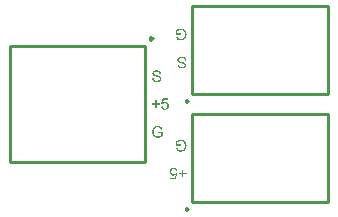
<source format=gto>
G04*
G04 #@! TF.GenerationSoftware,Altium Limited,Altium Designer,21.0.9 (235)*
G04*
G04 Layer_Color=65535*
%FSLAX25Y25*%
%MOIN*%
G70*
G04*
G04 #@! TF.SameCoordinates,681C86FF-A5D9-4EC2-8099-3749C4F56B9B*
G04*
G04*
G04 #@! TF.FilePolarity,Positive*
G04*
G01*
G75*
%ADD10C,0.01000*%
G36*
X57136Y62152D02*
X57186Y62148D01*
X57244Y62144D01*
X57311Y62136D01*
X57382Y62127D01*
X57457Y62115D01*
X57540Y62098D01*
X57623Y62077D01*
X57714Y62052D01*
X57802Y62028D01*
X57889Y61994D01*
X57981Y61957D01*
X58068Y61915D01*
X58072Y61911D01*
X58089Y61903D01*
X58114Y61890D01*
X58143Y61869D01*
X58180Y61844D01*
X58226Y61815D01*
X58276Y61778D01*
X58330Y61736D01*
X58384Y61690D01*
X58442Y61636D01*
X58501Y61582D01*
X58559Y61520D01*
X58613Y61449D01*
X58667Y61379D01*
X58721Y61300D01*
X58767Y61216D01*
X58771Y61212D01*
X58775Y61195D01*
X58788Y61171D01*
X58804Y61137D01*
X58821Y61092D01*
X58842Y61041D01*
X58863Y60983D01*
X58884Y60917D01*
X58904Y60846D01*
X58925Y60767D01*
X58946Y60680D01*
X58963Y60592D01*
X58979Y60497D01*
X58992Y60401D01*
X58996Y60297D01*
X59000Y60193D01*
Y60185D01*
Y60168D01*
Y60139D01*
X58996Y60097D01*
X58992Y60047D01*
X58987Y59989D01*
X58979Y59922D01*
X58971Y59852D01*
X58958Y59773D01*
X58942Y59689D01*
X58900Y59515D01*
X58875Y59423D01*
X58842Y59332D01*
X58809Y59240D01*
X58767Y59149D01*
X58763Y59145D01*
X58754Y59128D01*
X58742Y59103D01*
X58725Y59070D01*
X58700Y59028D01*
X58671Y58982D01*
X58634Y58932D01*
X58596Y58874D01*
X58551Y58816D01*
X58501Y58758D01*
X58447Y58700D01*
X58384Y58637D01*
X58322Y58579D01*
X58251Y58525D01*
X58176Y58471D01*
X58097Y58425D01*
X58093Y58421D01*
X58076Y58417D01*
X58052Y58404D01*
X58018Y58388D01*
X57977Y58371D01*
X57927Y58350D01*
X57868Y58329D01*
X57806Y58304D01*
X57735Y58284D01*
X57656Y58263D01*
X57573Y58242D01*
X57482Y58225D01*
X57390Y58209D01*
X57290Y58196D01*
X57186Y58192D01*
X57082Y58188D01*
X57011D01*
X56974Y58192D01*
X56932Y58196D01*
X56887Y58200D01*
X56833Y58204D01*
X56716Y58221D01*
X56587Y58246D01*
X56458Y58279D01*
X56329Y58325D01*
X56325D01*
X56313Y58329D01*
X56296Y58337D01*
X56275Y58350D01*
X56246Y58363D01*
X56213Y58379D01*
X56138Y58421D01*
X56050Y58475D01*
X55963Y58537D01*
X55880Y58612D01*
X55801Y58700D01*
X55797Y58704D01*
X55793Y58712D01*
X55784Y58724D01*
X55768Y58741D01*
X55755Y58766D01*
X55734Y58795D01*
X55714Y58828D01*
X55693Y58870D01*
X55668Y58912D01*
X55647Y58957D01*
X55622Y59012D01*
X55597Y59066D01*
X55551Y59190D01*
X55510Y59328D01*
X55971Y59452D01*
Y59448D01*
X55976Y59440D01*
X55980Y59423D01*
X55988Y59403D01*
X55996Y59382D01*
X56005Y59353D01*
X56030Y59286D01*
X56063Y59211D01*
X56100Y59136D01*
X56142Y59061D01*
X56188Y58995D01*
X56192Y58987D01*
X56213Y58966D01*
X56242Y58937D01*
X56279Y58895D01*
X56333Y58853D01*
X56396Y58808D01*
X56471Y58766D01*
X56554Y58724D01*
X56558D01*
X56566Y58720D01*
X56579Y58716D01*
X56595Y58708D01*
X56616Y58700D01*
X56645Y58691D01*
X56708Y58670D01*
X56787Y58654D01*
X56874Y58637D01*
X56974Y58625D01*
X57078Y58620D01*
X57136D01*
X57165Y58625D01*
X57203D01*
X57240Y58629D01*
X57286Y58633D01*
X57378Y58645D01*
X57482Y58666D01*
X57581Y58691D01*
X57681Y58729D01*
X57685D01*
X57694Y58733D01*
X57706Y58741D01*
X57723Y58749D01*
X57769Y58770D01*
X57827Y58803D01*
X57893Y58845D01*
X57960Y58895D01*
X58031Y58949D01*
X58093Y59012D01*
X58101Y59020D01*
X58118Y59041D01*
X58147Y59078D01*
X58180Y59124D01*
X58218Y59178D01*
X58259Y59244D01*
X58297Y59315D01*
X58330Y59390D01*
Y59394D01*
X58334Y59407D01*
X58343Y59423D01*
X58351Y59452D01*
X58363Y59486D01*
X58376Y59523D01*
X58388Y59569D01*
X58401Y59619D01*
X58418Y59673D01*
X58430Y59735D01*
X58451Y59864D01*
X58468Y60010D01*
X58476Y60164D01*
Y60168D01*
Y60185D01*
Y60214D01*
X58472Y60247D01*
Y60293D01*
X58468Y60343D01*
X58459Y60401D01*
X58455Y60463D01*
X58434Y60601D01*
X58401Y60742D01*
X58359Y60888D01*
X58301Y61025D01*
X58297Y61029D01*
X58293Y61041D01*
X58284Y61058D01*
X58268Y61083D01*
X58251Y61108D01*
X58226Y61141D01*
X58172Y61216D01*
X58097Y61300D01*
X58010Y61387D01*
X57910Y61466D01*
X57852Y61503D01*
X57789Y61537D01*
X57785D01*
X57773Y61545D01*
X57756Y61553D01*
X57731Y61562D01*
X57698Y61574D01*
X57660Y61591D01*
X57619Y61603D01*
X57573Y61620D01*
X57523Y61636D01*
X57465Y61649D01*
X57344Y61678D01*
X57211Y61695D01*
X57070Y61703D01*
X57036D01*
X57011Y61699D01*
X56982D01*
X56949Y61695D01*
X56912Y61690D01*
X56866Y61686D01*
X56770Y61674D01*
X56662Y61649D01*
X56546Y61620D01*
X56429Y61578D01*
X56425D01*
X56417Y61574D01*
X56400Y61566D01*
X56375Y61557D01*
X56350Y61545D01*
X56321Y61528D01*
X56250Y61495D01*
X56171Y61453D01*
X56092Y61408D01*
X56017Y61362D01*
X55951Y61308D01*
Y60588D01*
X57078D01*
Y60135D01*
X55452D01*
Y61562D01*
X55456Y61566D01*
X55468Y61574D01*
X55489Y61591D01*
X55518Y61611D01*
X55551Y61636D01*
X55593Y61661D01*
X55639Y61695D01*
X55689Y61728D01*
X55743Y61761D01*
X55805Y61799D01*
X55934Y61874D01*
X56076Y61944D01*
X56225Y62007D01*
X56229D01*
X56242Y62015D01*
X56263Y62019D01*
X56296Y62032D01*
X56329Y62040D01*
X56375Y62052D01*
X56421Y62069D01*
X56475Y62081D01*
X56537Y62094D01*
X56600Y62111D01*
X56737Y62132D01*
X56887Y62148D01*
X57041Y62156D01*
X57095D01*
X57136Y62152D01*
D02*
G37*
G36*
X57452Y52808D02*
X57498D01*
X57548Y52804D01*
X57606Y52800D01*
X57673Y52791D01*
X57810Y52775D01*
X57956Y52750D01*
X58101Y52712D01*
X58243Y52662D01*
X58247D01*
X58259Y52654D01*
X58276Y52646D01*
X58301Y52633D01*
X58330Y52617D01*
X58363Y52600D01*
X58442Y52550D01*
X58530Y52488D01*
X58621Y52409D01*
X58713Y52317D01*
X58792Y52209D01*
X58796Y52205D01*
X58800Y52197D01*
X58809Y52180D01*
X58821Y52155D01*
X58838Y52126D01*
X58854Y52092D01*
X58875Y52051D01*
X58892Y52005D01*
X58913Y51959D01*
X58929Y51905D01*
X58963Y51785D01*
X58987Y51656D01*
X58996Y51585D01*
X59000Y51514D01*
X58522Y51473D01*
Y51477D01*
Y51485D01*
X58517Y51502D01*
X58513Y51523D01*
X58509Y51548D01*
X58505Y51573D01*
X58488Y51643D01*
X58468Y51718D01*
X58442Y51797D01*
X58409Y51876D01*
X58368Y51951D01*
X58363Y51959D01*
X58343Y51980D01*
X58314Y52013D01*
X58272Y52055D01*
X58218Y52105D01*
X58151Y52151D01*
X58072Y52201D01*
X57981Y52246D01*
X57977D01*
X57968Y52251D01*
X57956Y52255D01*
X57935Y52263D01*
X57910Y52271D01*
X57881Y52284D01*
X57848Y52292D01*
X57810Y52301D01*
X57723Y52321D01*
X57619Y52342D01*
X57511Y52355D01*
X57390Y52359D01*
X57340D01*
X57315Y52355D01*
X57286D01*
X57219Y52346D01*
X57140Y52338D01*
X57053Y52325D01*
X56966Y52305D01*
X56883Y52276D01*
X56878D01*
X56874Y52271D01*
X56862Y52267D01*
X56845Y52259D01*
X56808Y52238D01*
X56758Y52213D01*
X56704Y52180D01*
X56645Y52138D01*
X56595Y52092D01*
X56550Y52039D01*
X56546Y52030D01*
X56533Y52013D01*
X56512Y51980D01*
X56492Y51939D01*
X56475Y51889D01*
X56454Y51835D01*
X56442Y51772D01*
X56437Y51710D01*
Y51706D01*
Y51701D01*
Y51681D01*
X56442Y51643D01*
X56450Y51602D01*
X56462Y51552D01*
X56483Y51498D01*
X56508Y51444D01*
X56546Y51394D01*
X56550Y51389D01*
X56566Y51373D01*
X56591Y51348D01*
X56629Y51315D01*
X56674Y51281D01*
X56737Y51244D01*
X56808Y51206D01*
X56891Y51169D01*
X56899Y51165D01*
X56907Y51161D01*
X56924Y51157D01*
X56941Y51152D01*
X56966Y51144D01*
X56999Y51132D01*
X57032Y51123D01*
X57078Y51111D01*
X57124Y51094D01*
X57182Y51082D01*
X57244Y51065D01*
X57315Y51044D01*
X57390Y51028D01*
X57477Y51003D01*
X57573Y50982D01*
X57577D01*
X57594Y50978D01*
X57623Y50969D01*
X57656Y50961D01*
X57702Y50949D01*
X57752Y50936D01*
X57802Y50919D01*
X57860Y50903D01*
X57985Y50865D01*
X58106Y50824D01*
X58164Y50803D01*
X58218Y50782D01*
X58268Y50761D01*
X58309Y50740D01*
X58314D01*
X58322Y50732D01*
X58334Y50724D01*
X58355Y50716D01*
X58405Y50687D01*
X58463Y50645D01*
X58534Y50591D01*
X58601Y50533D01*
X58667Y50462D01*
X58721Y50387D01*
Y50383D01*
X58725Y50379D01*
X58734Y50366D01*
X58742Y50349D01*
X58763Y50304D01*
X58788Y50245D01*
X58813Y50175D01*
X58834Y50092D01*
X58850Y50000D01*
X58854Y49904D01*
Y49900D01*
Y49892D01*
Y49875D01*
X58850Y49854D01*
Y49830D01*
X58846Y49800D01*
X58834Y49725D01*
X58813Y49642D01*
X58788Y49555D01*
X58746Y49459D01*
X58692Y49364D01*
Y49359D01*
X58684Y49351D01*
X58675Y49339D01*
X58663Y49322D01*
X58621Y49276D01*
X58567Y49218D01*
X58501Y49156D01*
X58418Y49093D01*
X58322Y49031D01*
X58210Y48977D01*
X58205D01*
X58197Y48972D01*
X58176Y48964D01*
X58156Y48956D01*
X58126Y48948D01*
X58089Y48935D01*
X58047Y48923D01*
X58002Y48910D01*
X57952Y48898D01*
X57898Y48885D01*
X57781Y48864D01*
X57648Y48848D01*
X57507Y48844D01*
X57436D01*
X57398Y48848D01*
X57353Y48852D01*
X57307Y48856D01*
X57253Y48860D01*
X57136Y48877D01*
X57007Y48902D01*
X56878Y48939D01*
X56754Y48985D01*
X56749D01*
X56741Y48993D01*
X56720Y48998D01*
X56700Y49010D01*
X56674Y49027D01*
X56641Y49043D01*
X56571Y49085D01*
X56487Y49143D01*
X56404Y49214D01*
X56325Y49293D01*
X56254Y49389D01*
X56250Y49393D01*
X56246Y49401D01*
X56238Y49413D01*
X56225Y49434D01*
X56213Y49459D01*
X56196Y49488D01*
X56184Y49526D01*
X56163Y49563D01*
X56130Y49651D01*
X56100Y49755D01*
X56076Y49867D01*
X56063Y49992D01*
X56550Y50029D01*
Y50025D01*
X56554Y50012D01*
Y49996D01*
X56558Y49971D01*
X56566Y49938D01*
X56575Y49904D01*
X56600Y49825D01*
X56633Y49738D01*
X56683Y49646D01*
X56741Y49559D01*
X56779Y49522D01*
X56820Y49484D01*
X56824Y49480D01*
X56828Y49476D01*
X56845Y49468D01*
X56862Y49455D01*
X56887Y49443D01*
X56916Y49426D01*
X56949Y49409D01*
X56986Y49389D01*
X57032Y49372D01*
X57082Y49355D01*
X57136Y49339D01*
X57195Y49326D01*
X57261Y49314D01*
X57332Y49305D01*
X57407Y49297D01*
X57527D01*
X57561Y49301D01*
X57598D01*
X57640Y49305D01*
X57690Y49310D01*
X57740Y49318D01*
X57852Y49339D01*
X57960Y49368D01*
X58064Y49409D01*
X58114Y49439D01*
X58156Y49468D01*
X58160D01*
X58164Y49476D01*
X58189Y49497D01*
X58222Y49534D01*
X58259Y49584D01*
X58297Y49642D01*
X58330Y49713D01*
X58355Y49788D01*
X58359Y49830D01*
X58363Y49875D01*
Y49879D01*
Y49884D01*
X58359Y49909D01*
X58355Y49946D01*
X58347Y49992D01*
X58326Y50046D01*
X58301Y50104D01*
X58268Y50158D01*
X58218Y50212D01*
X58210Y50216D01*
X58201Y50225D01*
X58185Y50237D01*
X58164Y50250D01*
X58139Y50262D01*
X58106Y50279D01*
X58068Y50300D01*
X58022Y50320D01*
X57968Y50341D01*
X57906Y50362D01*
X57835Y50387D01*
X57752Y50412D01*
X57665Y50437D01*
X57565Y50466D01*
X57452Y50491D01*
X57444D01*
X57423Y50495D01*
X57394Y50503D01*
X57353Y50516D01*
X57303Y50524D01*
X57244Y50541D01*
X57182Y50553D01*
X57116Y50574D01*
X56974Y50612D01*
X56833Y50649D01*
X56766Y50670D01*
X56708Y50691D01*
X56650Y50711D01*
X56604Y50732D01*
X56600D01*
X56587Y50740D01*
X56571Y50749D01*
X56550Y50761D01*
X56521Y50774D01*
X56487Y50795D01*
X56417Y50840D01*
X56333Y50894D01*
X56254Y50961D01*
X56175Y51040D01*
X56142Y51082D01*
X56109Y51123D01*
Y51127D01*
X56100Y51136D01*
X56092Y51148D01*
X56084Y51165D01*
X56071Y51186D01*
X56059Y51215D01*
X56026Y51281D01*
X55996Y51360D01*
X55971Y51452D01*
X55955Y51556D01*
X55946Y51668D01*
Y51672D01*
Y51681D01*
Y51697D01*
X55951Y51718D01*
Y51747D01*
X55955Y51776D01*
X55967Y51855D01*
X55988Y51943D01*
X56021Y52039D01*
X56067Y52138D01*
X56092Y52192D01*
X56125Y52242D01*
Y52246D01*
X56134Y52255D01*
X56142Y52267D01*
X56159Y52288D01*
X56196Y52334D01*
X56254Y52396D01*
X56325Y52463D01*
X56412Y52534D01*
X56512Y52600D01*
X56629Y52662D01*
X56633D01*
X56645Y52671D01*
X56662Y52675D01*
X56687Y52687D01*
X56716Y52696D01*
X56754Y52708D01*
X56795Y52725D01*
X56845Y52737D01*
X56895Y52750D01*
X56953Y52767D01*
X57078Y52787D01*
X57215Y52804D01*
X57365Y52812D01*
X57415D01*
X57452Y52808D01*
D02*
G37*
G36*
X57136Y25094D02*
X57186Y25090D01*
X57244Y25086D01*
X57311Y25077D01*
X57382Y25069D01*
X57457Y25057D01*
X57540Y25040D01*
X57623Y25019D01*
X57714Y24994D01*
X57802Y24969D01*
X57889Y24936D01*
X57981Y24899D01*
X58068Y24857D01*
X58072Y24853D01*
X58089Y24844D01*
X58114Y24832D01*
X58143Y24811D01*
X58180Y24786D01*
X58226Y24757D01*
X58276Y24720D01*
X58330Y24678D01*
X58384Y24632D01*
X58442Y24578D01*
X58501Y24524D01*
X58559Y24462D01*
X58613Y24391D01*
X58667Y24320D01*
X58721Y24241D01*
X58767Y24158D01*
X58771Y24154D01*
X58775Y24137D01*
X58788Y24112D01*
X58804Y24079D01*
X58821Y24033D01*
X58842Y23983D01*
X58863Y23925D01*
X58884Y23858D01*
X58904Y23788D01*
X58925Y23709D01*
X58946Y23621D01*
X58963Y23534D01*
X58979Y23438D01*
X58992Y23343D01*
X58996Y23239D01*
X59000Y23135D01*
Y23126D01*
Y23110D01*
Y23081D01*
X58996Y23039D01*
X58992Y22989D01*
X58987Y22931D01*
X58979Y22864D01*
X58971Y22794D01*
X58958Y22715D01*
X58942Y22631D01*
X58900Y22457D01*
X58875Y22365D01*
X58842Y22274D01*
X58809Y22182D01*
X58767Y22091D01*
X58763Y22086D01*
X58754Y22070D01*
X58742Y22045D01*
X58725Y22012D01*
X58700Y21970D01*
X58671Y21924D01*
X58634Y21874D01*
X58596Y21816D01*
X58551Y21758D01*
X58501Y21700D01*
X58447Y21641D01*
X58384Y21579D01*
X58322Y21521D01*
X58251Y21466D01*
X58176Y21412D01*
X58097Y21367D01*
X58093Y21362D01*
X58076Y21358D01*
X58052Y21346D01*
X58018Y21329D01*
X57977Y21313D01*
X57927Y21292D01*
X57868Y21271D01*
X57806Y21246D01*
X57735Y21225D01*
X57656Y21204D01*
X57573Y21184D01*
X57482Y21167D01*
X57390Y21150D01*
X57290Y21138D01*
X57186Y21134D01*
X57082Y21129D01*
X57011D01*
X56974Y21134D01*
X56932Y21138D01*
X56887Y21142D01*
X56833Y21146D01*
X56716Y21163D01*
X56587Y21188D01*
X56458Y21221D01*
X56329Y21267D01*
X56325D01*
X56313Y21271D01*
X56296Y21279D01*
X56275Y21292D01*
X56246Y21304D01*
X56213Y21321D01*
X56138Y21362D01*
X56050Y21417D01*
X55963Y21479D01*
X55880Y21554D01*
X55801Y21641D01*
X55797Y21645D01*
X55793Y21654D01*
X55784Y21666D01*
X55768Y21683D01*
X55755Y21708D01*
X55734Y21737D01*
X55714Y21770D01*
X55693Y21812D01*
X55668Y21853D01*
X55647Y21899D01*
X55622Y21953D01*
X55597Y22007D01*
X55551Y22132D01*
X55510Y22269D01*
X55971Y22394D01*
Y22390D01*
X55976Y22382D01*
X55980Y22365D01*
X55988Y22344D01*
X55996Y22323D01*
X56005Y22294D01*
X56030Y22228D01*
X56063Y22153D01*
X56100Y22078D01*
X56142Y22003D01*
X56188Y21937D01*
X56192Y21928D01*
X56213Y21907D01*
X56242Y21878D01*
X56279Y21837D01*
X56333Y21795D01*
X56396Y21749D01*
X56471Y21708D01*
X56554Y21666D01*
X56558D01*
X56566Y21662D01*
X56579Y21658D01*
X56595Y21650D01*
X56616Y21641D01*
X56645Y21633D01*
X56708Y21612D01*
X56787Y21596D01*
X56874Y21579D01*
X56974Y21566D01*
X57078Y21562D01*
X57136D01*
X57165Y21566D01*
X57203D01*
X57240Y21571D01*
X57286Y21575D01*
X57378Y21587D01*
X57482Y21608D01*
X57581Y21633D01*
X57681Y21670D01*
X57685D01*
X57694Y21675D01*
X57706Y21683D01*
X57723Y21691D01*
X57769Y21712D01*
X57827Y21745D01*
X57893Y21787D01*
X57960Y21837D01*
X58031Y21891D01*
X58093Y21953D01*
X58101Y21961D01*
X58118Y21982D01*
X58147Y22020D01*
X58180Y22065D01*
X58218Y22120D01*
X58259Y22186D01*
X58297Y22257D01*
X58330Y22332D01*
Y22336D01*
X58334Y22348D01*
X58343Y22365D01*
X58351Y22394D01*
X58363Y22427D01*
X58376Y22465D01*
X58388Y22511D01*
X58401Y22561D01*
X58418Y22615D01*
X58430Y22677D01*
X58451Y22806D01*
X58468Y22952D01*
X58476Y23106D01*
Y23110D01*
Y23126D01*
Y23155D01*
X58472Y23189D01*
Y23234D01*
X58468Y23284D01*
X58459Y23343D01*
X58455Y23405D01*
X58434Y23542D01*
X58401Y23684D01*
X58359Y23829D01*
X58301Y23967D01*
X58297Y23971D01*
X58293Y23983D01*
X58284Y24000D01*
X58268Y24025D01*
X58251Y24050D01*
X58226Y24083D01*
X58172Y24158D01*
X58097Y24241D01*
X58010Y24329D01*
X57910Y24408D01*
X57852Y24445D01*
X57789Y24478D01*
X57785D01*
X57773Y24487D01*
X57756Y24495D01*
X57731Y24503D01*
X57698Y24516D01*
X57660Y24532D01*
X57619Y24545D01*
X57573Y24562D01*
X57523Y24578D01*
X57465Y24591D01*
X57344Y24620D01*
X57211Y24636D01*
X57070Y24645D01*
X57036D01*
X57011Y24641D01*
X56982D01*
X56949Y24636D01*
X56912Y24632D01*
X56866Y24628D01*
X56770Y24616D01*
X56662Y24591D01*
X56546Y24562D01*
X56429Y24520D01*
X56425D01*
X56417Y24516D01*
X56400Y24508D01*
X56375Y24499D01*
X56350Y24487D01*
X56321Y24470D01*
X56250Y24437D01*
X56171Y24395D01*
X56092Y24349D01*
X56017Y24304D01*
X55951Y24250D01*
Y23530D01*
X57078D01*
Y23076D01*
X55452D01*
Y24503D01*
X55456Y24508D01*
X55468Y24516D01*
X55489Y24532D01*
X55518Y24553D01*
X55551Y24578D01*
X55593Y24603D01*
X55639Y24636D01*
X55689Y24670D01*
X55743Y24703D01*
X55805Y24740D01*
X55934Y24815D01*
X56076Y24886D01*
X56225Y24948D01*
X56229D01*
X56242Y24957D01*
X56263Y24961D01*
X56296Y24973D01*
X56329Y24982D01*
X56375Y24994D01*
X56421Y25011D01*
X56475Y25023D01*
X56537Y25036D01*
X56600Y25052D01*
X56737Y25073D01*
X56887Y25090D01*
X57041Y25098D01*
X57095D01*
X57136Y25094D01*
D02*
G37*
G36*
X54798Y15750D02*
X54844Y15746D01*
X54894Y15737D01*
X54952Y15729D01*
X55015Y15717D01*
X55081Y15704D01*
X55152Y15683D01*
X55223Y15658D01*
X55293Y15629D01*
X55364Y15596D01*
X55435Y15559D01*
X55501Y15513D01*
X55568Y15463D01*
X55572Y15459D01*
X55580Y15450D01*
X55597Y15434D01*
X55618Y15409D01*
X55647Y15380D01*
X55676Y15346D01*
X55705Y15305D01*
X55739Y15255D01*
X55772Y15205D01*
X55805Y15147D01*
X55834Y15080D01*
X55863Y15013D01*
X55892Y14939D01*
X55913Y14860D01*
X55930Y14772D01*
X55942Y14685D01*
X55447Y14647D01*
Y14652D01*
X55443Y14664D01*
X55439Y14681D01*
X55435Y14706D01*
X55431Y14735D01*
X55418Y14772D01*
X55397Y14851D01*
X55364Y14939D01*
X55318Y15030D01*
X55264Y15113D01*
X55231Y15151D01*
X55198Y15188D01*
X55194D01*
X55189Y15197D01*
X55177Y15205D01*
X55160Y15217D01*
X55119Y15247D01*
X55060Y15276D01*
X54990Y15309D01*
X54906Y15338D01*
X54815Y15359D01*
X54765Y15363D01*
X54711Y15367D01*
X54678D01*
X54653Y15363D01*
X54624Y15359D01*
X54590Y15355D01*
X54511Y15334D01*
X54420Y15305D01*
X54374Y15284D01*
X54324Y15259D01*
X54274Y15230D01*
X54228Y15197D01*
X54183Y15159D01*
X54137Y15113D01*
X54133Y15109D01*
X54129Y15101D01*
X54116Y15088D01*
X54100Y15068D01*
X54083Y15039D01*
X54062Y15009D01*
X54041Y14972D01*
X54016Y14930D01*
X53996Y14885D01*
X53975Y14835D01*
X53954Y14776D01*
X53937Y14718D01*
X53921Y14652D01*
X53908Y14581D01*
X53904Y14510D01*
X53900Y14431D01*
Y14427D01*
Y14414D01*
Y14394D01*
X53904Y14365D01*
X53908Y14331D01*
X53912Y14290D01*
X53921Y14248D01*
X53929Y14198D01*
X53954Y14098D01*
X53996Y13990D01*
X54020Y13940D01*
X54054Y13890D01*
X54087Y13840D01*
X54129Y13795D01*
X54133Y13791D01*
X54137Y13786D01*
X54154Y13774D01*
X54170Y13757D01*
X54191Y13740D01*
X54220Y13720D01*
X54249Y13699D01*
X54287Y13674D01*
X54328Y13653D01*
X54370Y13632D01*
X54474Y13595D01*
X54528Y13578D01*
X54590Y13566D01*
X54653Y13562D01*
X54719Y13557D01*
X54757D01*
X54803Y13562D01*
X54857Y13570D01*
X54923Y13582D01*
X54994Y13603D01*
X55065Y13628D01*
X55135Y13666D01*
X55144Y13670D01*
X55164Y13682D01*
X55198Y13707D01*
X55239Y13736D01*
X55281Y13778D01*
X55331Y13824D01*
X55377Y13878D01*
X55418Y13936D01*
X55859Y13874D01*
X55489Y11902D01*
X53579D01*
Y12351D01*
X55115D01*
X55318Y13383D01*
X55314Y13379D01*
X55302Y13370D01*
X55285Y13362D01*
X55260Y13345D01*
X55227Y13329D01*
X55189Y13308D01*
X55148Y13283D01*
X55098Y13262D01*
X55048Y13241D01*
X54990Y13216D01*
X54869Y13179D01*
X54803Y13162D01*
X54736Y13150D01*
X54665Y13146D01*
X54594Y13141D01*
X54574D01*
X54545Y13146D01*
X54511D01*
X54470Y13154D01*
X54420Y13158D01*
X54362Y13171D01*
X54303Y13183D01*
X54237Y13204D01*
X54170Y13225D01*
X54100Y13254D01*
X54029Y13287D01*
X53958Y13329D01*
X53887Y13374D01*
X53817Y13429D01*
X53750Y13491D01*
X53746Y13495D01*
X53733Y13508D01*
X53717Y13528D01*
X53696Y13553D01*
X53667Y13587D01*
X53638Y13632D01*
X53609Y13678D01*
X53575Y13732D01*
X53542Y13795D01*
X53513Y13865D01*
X53480Y13936D01*
X53455Y14019D01*
X53434Y14103D01*
X53417Y14194D01*
X53405Y14290D01*
X53401Y14390D01*
Y14394D01*
Y14414D01*
Y14439D01*
X53405Y14477D01*
X53409Y14523D01*
X53417Y14572D01*
X53426Y14631D01*
X53438Y14697D01*
X53455Y14764D01*
X53475Y14839D01*
X53500Y14914D01*
X53530Y14988D01*
X53563Y15063D01*
X53604Y15143D01*
X53650Y15217D01*
X53704Y15288D01*
X53708Y15292D01*
X53721Y15309D01*
X53742Y15330D01*
X53771Y15359D01*
X53808Y15396D01*
X53854Y15434D01*
X53908Y15479D01*
X53970Y15521D01*
X54037Y15563D01*
X54112Y15608D01*
X54195Y15646D01*
X54287Y15679D01*
X54382Y15712D01*
X54486Y15733D01*
X54594Y15750D01*
X54711Y15754D01*
X54761D01*
X54798Y15750D01*
D02*
G37*
G36*
X57956Y14019D02*
X59000D01*
Y13578D01*
X57956D01*
Y12534D01*
X57511D01*
Y13578D01*
X56467D01*
Y14019D01*
X57511D01*
Y15072D01*
X57956D01*
Y14019D01*
D02*
G37*
G36*
X49102Y48266D02*
X49147Y48262D01*
X49193Y48258D01*
X49247Y48254D01*
X49364Y48237D01*
X49493Y48212D01*
X49622Y48175D01*
X49746Y48129D01*
X49751D01*
X49759Y48120D01*
X49780Y48116D01*
X49801Y48104D01*
X49825Y48087D01*
X49859Y48071D01*
X49929Y48029D01*
X50013Y47971D01*
X50096Y47900D01*
X50175Y47821D01*
X50246Y47725D01*
X50250Y47721D01*
X50254Y47713D01*
X50262Y47700D01*
X50275Y47680D01*
X50287Y47655D01*
X50304Y47625D01*
X50316Y47588D01*
X50337Y47551D01*
X50370Y47463D01*
X50400Y47359D01*
X50424Y47247D01*
X50437Y47122D01*
X49950Y47085D01*
Y47089D01*
X49946Y47101D01*
Y47118D01*
X49942Y47143D01*
X49934Y47176D01*
X49925Y47210D01*
X49900Y47289D01*
X49867Y47376D01*
X49817Y47467D01*
X49759Y47555D01*
X49721Y47592D01*
X49680Y47630D01*
X49676Y47634D01*
X49672Y47638D01*
X49655Y47646D01*
X49638Y47659D01*
X49613Y47671D01*
X49584Y47688D01*
X49551Y47704D01*
X49513Y47725D01*
X49468Y47742D01*
X49418Y47759D01*
X49364Y47775D01*
X49305Y47788D01*
X49239Y47800D01*
X49168Y47809D01*
X49093Y47817D01*
X48973D01*
X48939Y47813D01*
X48902D01*
X48860Y47809D01*
X48810Y47804D01*
X48761Y47796D01*
X48648Y47775D01*
X48540Y47746D01*
X48436Y47704D01*
X48386Y47675D01*
X48344Y47646D01*
X48340D01*
X48336Y47638D01*
X48311Y47617D01*
X48278Y47580D01*
X48241Y47530D01*
X48203Y47472D01*
X48170Y47401D01*
X48145Y47326D01*
X48141Y47284D01*
X48136Y47239D01*
Y47234D01*
Y47230D01*
X48141Y47205D01*
X48145Y47168D01*
X48153Y47122D01*
X48174Y47068D01*
X48199Y47010D01*
X48232Y46956D01*
X48282Y46902D01*
X48290Y46898D01*
X48299Y46889D01*
X48315Y46877D01*
X48336Y46864D01*
X48361Y46852D01*
X48394Y46835D01*
X48432Y46814D01*
X48478Y46793D01*
X48532Y46773D01*
X48594Y46752D01*
X48665Y46727D01*
X48748Y46702D01*
X48835Y46677D01*
X48935Y46648D01*
X49047Y46623D01*
X49056D01*
X49077Y46619D01*
X49106Y46610D01*
X49147Y46598D01*
X49197Y46590D01*
X49255Y46573D01*
X49318Y46560D01*
X49384Y46540D01*
X49526Y46502D01*
X49667Y46465D01*
X49734Y46444D01*
X49792Y46423D01*
X49850Y46402D01*
X49896Y46382D01*
X49900D01*
X49913Y46373D01*
X49929Y46365D01*
X49950Y46352D01*
X49979Y46340D01*
X50013Y46319D01*
X50083Y46273D01*
X50167Y46219D01*
X50246Y46153D01*
X50325Y46074D01*
X50358Y46032D01*
X50391Y45991D01*
Y45986D01*
X50400Y45978D01*
X50408Y45966D01*
X50416Y45949D01*
X50429Y45928D01*
X50441Y45899D01*
X50474Y45832D01*
X50503Y45753D01*
X50529Y45662D01*
X50545Y45558D01*
X50553Y45446D01*
Y45441D01*
Y45433D01*
Y45417D01*
X50549Y45396D01*
Y45367D01*
X50545Y45338D01*
X50533Y45258D01*
X50512Y45171D01*
X50479Y45075D01*
X50433Y44976D01*
X50408Y44921D01*
X50375Y44872D01*
Y44867D01*
X50366Y44859D01*
X50358Y44847D01*
X50341Y44826D01*
X50304Y44780D01*
X50246Y44718D01*
X50175Y44651D01*
X50087Y44580D01*
X49988Y44514D01*
X49871Y44451D01*
X49867D01*
X49855Y44443D01*
X49838Y44439D01*
X49813Y44426D01*
X49784Y44418D01*
X49746Y44406D01*
X49705Y44389D01*
X49655Y44377D01*
X49605Y44364D01*
X49547Y44347D01*
X49422Y44327D01*
X49285Y44310D01*
X49135Y44302D01*
X49085D01*
X49047Y44306D01*
X49002D01*
X48952Y44310D01*
X48894Y44314D01*
X48827Y44322D01*
X48690Y44339D01*
X48544Y44364D01*
X48399Y44401D01*
X48257Y44451D01*
X48253D01*
X48241Y44460D01*
X48224Y44468D01*
X48199Y44480D01*
X48170Y44497D01*
X48136Y44514D01*
X48057Y44564D01*
X47970Y44626D01*
X47879Y44705D01*
X47787Y44797D01*
X47708Y44905D01*
X47704Y44909D01*
X47700Y44917D01*
X47691Y44934D01*
X47679Y44959D01*
X47662Y44988D01*
X47646Y45021D01*
X47625Y45063D01*
X47608Y45109D01*
X47587Y45154D01*
X47571Y45208D01*
X47537Y45329D01*
X47513Y45458D01*
X47504Y45529D01*
X47500Y45600D01*
X47978Y45641D01*
Y45637D01*
Y45629D01*
X47983Y45612D01*
X47987Y45591D01*
X47991Y45566D01*
X47995Y45541D01*
X48012Y45471D01*
X48033Y45396D01*
X48057Y45317D01*
X48091Y45238D01*
X48132Y45163D01*
X48136Y45154D01*
X48157Y45134D01*
X48186Y45100D01*
X48228Y45059D01*
X48282Y45009D01*
X48349Y44963D01*
X48428Y44913D01*
X48519Y44867D01*
X48523D01*
X48532Y44863D01*
X48544Y44859D01*
X48565Y44851D01*
X48590Y44842D01*
X48619Y44830D01*
X48652Y44822D01*
X48690Y44813D01*
X48777Y44793D01*
X48881Y44772D01*
X48989Y44759D01*
X49110Y44755D01*
X49160D01*
X49185Y44759D01*
X49214D01*
X49281Y44768D01*
X49360Y44776D01*
X49447Y44788D01*
X49534Y44809D01*
X49617Y44838D01*
X49622D01*
X49626Y44842D01*
X49638Y44847D01*
X49655Y44855D01*
X49692Y44876D01*
X49742Y44901D01*
X49796Y44934D01*
X49855Y44976D01*
X49905Y45021D01*
X49950Y45075D01*
X49954Y45084D01*
X49967Y45100D01*
X49988Y45134D01*
X50008Y45175D01*
X50025Y45225D01*
X50046Y45279D01*
X50058Y45342D01*
X50063Y45404D01*
Y45408D01*
Y45412D01*
Y45433D01*
X50058Y45471D01*
X50050Y45512D01*
X50038Y45562D01*
X50017Y45616D01*
X49992Y45670D01*
X49954Y45720D01*
X49950Y45724D01*
X49934Y45741D01*
X49909Y45766D01*
X49871Y45799D01*
X49825Y45832D01*
X49763Y45870D01*
X49692Y45907D01*
X49609Y45945D01*
X49601Y45949D01*
X49593Y45953D01*
X49576Y45957D01*
X49559Y45961D01*
X49534Y45970D01*
X49501Y45982D01*
X49468Y45991D01*
X49422Y46003D01*
X49376Y46020D01*
X49318Y46032D01*
X49255Y46049D01*
X49185Y46070D01*
X49110Y46086D01*
X49023Y46111D01*
X48927Y46132D01*
X48923D01*
X48906Y46136D01*
X48877Y46145D01*
X48844Y46153D01*
X48798Y46165D01*
X48748Y46178D01*
X48698Y46194D01*
X48640Y46211D01*
X48515Y46248D01*
X48394Y46290D01*
X48336Y46311D01*
X48282Y46332D01*
X48232Y46352D01*
X48191Y46373D01*
X48186D01*
X48178Y46382D01*
X48166Y46390D01*
X48145Y46398D01*
X48095Y46427D01*
X48037Y46469D01*
X47966Y46523D01*
X47899Y46581D01*
X47833Y46652D01*
X47779Y46727D01*
Y46731D01*
X47775Y46735D01*
X47766Y46748D01*
X47758Y46764D01*
X47737Y46810D01*
X47712Y46868D01*
X47687Y46939D01*
X47666Y47022D01*
X47650Y47114D01*
X47646Y47210D01*
Y47214D01*
Y47222D01*
Y47239D01*
X47650Y47259D01*
Y47284D01*
X47654Y47313D01*
X47666Y47388D01*
X47687Y47472D01*
X47712Y47559D01*
X47754Y47655D01*
X47808Y47750D01*
Y47754D01*
X47816Y47763D01*
X47824Y47775D01*
X47837Y47792D01*
X47879Y47838D01*
X47933Y47896D01*
X47999Y47958D01*
X48082Y48021D01*
X48178Y48083D01*
X48290Y48137D01*
X48295D01*
X48303Y48141D01*
X48324Y48150D01*
X48344Y48158D01*
X48374Y48166D01*
X48411Y48179D01*
X48453Y48191D01*
X48498Y48204D01*
X48548Y48216D01*
X48602Y48229D01*
X48719Y48250D01*
X48852Y48266D01*
X48993Y48270D01*
X49064D01*
X49102Y48266D01*
D02*
G37*
G36*
X48989Y37250D02*
X50033D01*
Y36809D01*
X48989D01*
Y35756D01*
X48544D01*
Y36809D01*
X47500D01*
Y37250D01*
X48544D01*
Y38294D01*
X48989D01*
Y37250D01*
D02*
G37*
G36*
X52921Y38477D02*
X51385D01*
X51182Y37445D01*
X51186Y37449D01*
X51198Y37458D01*
X51215Y37466D01*
X51240Y37483D01*
X51273Y37499D01*
X51311Y37520D01*
X51352Y37545D01*
X51402Y37566D01*
X51452Y37587D01*
X51510Y37611D01*
X51631Y37649D01*
X51697Y37666D01*
X51764Y37678D01*
X51835Y37682D01*
X51905Y37686D01*
X51926D01*
X51955Y37682D01*
X51989D01*
X52030Y37674D01*
X52080Y37670D01*
X52138Y37657D01*
X52197Y37645D01*
X52263Y37624D01*
X52330Y37603D01*
X52400Y37574D01*
X52471Y37541D01*
X52542Y37499D01*
X52613Y37453D01*
X52683Y37399D01*
X52750Y37337D01*
X52754Y37333D01*
X52767Y37320D01*
X52783Y37299D01*
X52804Y37275D01*
X52833Y37241D01*
X52862Y37196D01*
X52891Y37150D01*
X52925Y37096D01*
X52958Y37033D01*
X52987Y36963D01*
X53020Y36892D01*
X53045Y36809D01*
X53066Y36725D01*
X53083Y36634D01*
X53095Y36538D01*
X53099Y36438D01*
Y36434D01*
Y36413D01*
Y36388D01*
X53095Y36351D01*
X53091Y36305D01*
X53083Y36255D01*
X53074Y36197D01*
X53062Y36131D01*
X53045Y36064D01*
X53025Y35989D01*
X53000Y35914D01*
X52970Y35839D01*
X52937Y35765D01*
X52895Y35685D01*
X52850Y35611D01*
X52796Y35540D01*
X52792Y35536D01*
X52779Y35519D01*
X52758Y35498D01*
X52729Y35469D01*
X52692Y35432D01*
X52646Y35394D01*
X52592Y35348D01*
X52529Y35307D01*
X52463Y35265D01*
X52388Y35219D01*
X52305Y35182D01*
X52213Y35149D01*
X52118Y35116D01*
X52014Y35095D01*
X51905Y35078D01*
X51789Y35074D01*
X51739D01*
X51702Y35078D01*
X51656Y35082D01*
X51606Y35091D01*
X51548Y35099D01*
X51485Y35111D01*
X51419Y35124D01*
X51348Y35145D01*
X51277Y35170D01*
X51207Y35199D01*
X51136Y35232D01*
X51065Y35269D01*
X50999Y35315D01*
X50932Y35365D01*
X50928Y35369D01*
X50920Y35378D01*
X50903Y35394D01*
X50882Y35419D01*
X50853Y35448D01*
X50824Y35482D01*
X50795Y35523D01*
X50761Y35573D01*
X50728Y35623D01*
X50695Y35681D01*
X50666Y35748D01*
X50637Y35814D01*
X50608Y35889D01*
X50587Y35968D01*
X50570Y36056D01*
X50558Y36143D01*
X51053Y36180D01*
Y36176D01*
X51057Y36164D01*
X51061Y36147D01*
X51065Y36122D01*
X51069Y36093D01*
X51082Y36056D01*
X51103Y35977D01*
X51136Y35889D01*
X51182Y35798D01*
X51236Y35715D01*
X51269Y35677D01*
X51302Y35640D01*
X51306D01*
X51311Y35631D01*
X51323Y35623D01*
X51340Y35611D01*
X51381Y35581D01*
X51439Y35552D01*
X51510Y35519D01*
X51593Y35490D01*
X51685Y35469D01*
X51735Y35465D01*
X51789Y35461D01*
X51822D01*
X51847Y35465D01*
X51876Y35469D01*
X51910Y35473D01*
X51989Y35494D01*
X52080Y35523D01*
X52126Y35544D01*
X52176Y35569D01*
X52226Y35598D01*
X52271Y35631D01*
X52317Y35669D01*
X52363Y35715D01*
X52367Y35719D01*
X52371Y35727D01*
X52384Y35739D01*
X52400Y35760D01*
X52417Y35789D01*
X52438Y35819D01*
X52459Y35856D01*
X52484Y35898D01*
X52504Y35943D01*
X52525Y35993D01*
X52546Y36051D01*
X52563Y36110D01*
X52579Y36176D01*
X52592Y36247D01*
X52596Y36318D01*
X52600Y36397D01*
Y36401D01*
Y36413D01*
Y36434D01*
X52596Y36463D01*
X52592Y36497D01*
X52588Y36538D01*
X52579Y36580D01*
X52571Y36630D01*
X52546Y36730D01*
X52504Y36838D01*
X52479Y36888D01*
X52446Y36938D01*
X52413Y36988D01*
X52371Y37033D01*
X52367Y37037D01*
X52363Y37042D01*
X52346Y37054D01*
X52330Y37071D01*
X52309Y37087D01*
X52280Y37108D01*
X52251Y37129D01*
X52213Y37154D01*
X52172Y37175D01*
X52130Y37196D01*
X52026Y37233D01*
X51972Y37250D01*
X51910Y37262D01*
X51847Y37266D01*
X51781Y37270D01*
X51743D01*
X51697Y37266D01*
X51643Y37258D01*
X51577Y37245D01*
X51506Y37225D01*
X51435Y37200D01*
X51365Y37162D01*
X51356Y37158D01*
X51336Y37146D01*
X51302Y37121D01*
X51261Y37091D01*
X51219Y37050D01*
X51169Y37004D01*
X51123Y36950D01*
X51082Y36892D01*
X50641Y36954D01*
X51011Y38926D01*
X52921D01*
Y38477D01*
D02*
G37*
G36*
X49526Y29694D02*
X49567Y29690D01*
X49613Y29686D01*
X49667Y29682D01*
X49784Y29665D01*
X49913Y29640D01*
X50042Y29607D01*
X50171Y29561D01*
X50175D01*
X50187Y29557D01*
X50204Y29549D01*
X50225Y29536D01*
X50254Y29524D01*
X50287Y29507D01*
X50362Y29465D01*
X50449Y29411D01*
X50537Y29349D01*
X50620Y29274D01*
X50699Y29187D01*
X50703Y29182D01*
X50707Y29174D01*
X50716Y29162D01*
X50732Y29145D01*
X50745Y29120D01*
X50766Y29091D01*
X50786Y29058D01*
X50807Y29016D01*
X50832Y28975D01*
X50853Y28929D01*
X50878Y28875D01*
X50903Y28821D01*
X50949Y28696D01*
X50990Y28558D01*
X50529Y28434D01*
Y28438D01*
X50524Y28446D01*
X50520Y28463D01*
X50512Y28484D01*
X50503Y28504D01*
X50495Y28534D01*
X50470Y28600D01*
X50437Y28675D01*
X50400Y28750D01*
X50358Y28825D01*
X50312Y28891D01*
X50308Y28900D01*
X50287Y28920D01*
X50258Y28950D01*
X50221Y28991D01*
X50167Y29033D01*
X50104Y29079D01*
X50029Y29120D01*
X49946Y29162D01*
X49942D01*
X49934Y29166D01*
X49921Y29170D01*
X49905Y29178D01*
X49884Y29187D01*
X49855Y29195D01*
X49792Y29216D01*
X49713Y29232D01*
X49626Y29249D01*
X49526Y29262D01*
X49422Y29266D01*
X49364D01*
X49335Y29262D01*
X49297D01*
X49260Y29257D01*
X49214Y29253D01*
X49122Y29241D01*
X49018Y29220D01*
X48919Y29195D01*
X48819Y29158D01*
X48815D01*
X48806Y29153D01*
X48794Y29145D01*
X48777Y29137D01*
X48731Y29116D01*
X48673Y29083D01*
X48607Y29041D01*
X48540Y28991D01*
X48469Y28937D01*
X48407Y28875D01*
X48399Y28866D01*
X48382Y28846D01*
X48353Y28808D01*
X48320Y28762D01*
X48282Y28708D01*
X48241Y28642D01*
X48203Y28571D01*
X48170Y28496D01*
Y28492D01*
X48166Y28479D01*
X48157Y28463D01*
X48149Y28434D01*
X48136Y28400D01*
X48124Y28363D01*
X48112Y28317D01*
X48099Y28267D01*
X48082Y28213D01*
X48070Y28151D01*
X48049Y28022D01*
X48033Y27876D01*
X48024Y27722D01*
Y27718D01*
Y27702D01*
Y27672D01*
X48028Y27639D01*
Y27593D01*
X48033Y27544D01*
X48041Y27485D01*
X48045Y27423D01*
X48066Y27286D01*
X48099Y27144D01*
X48141Y26998D01*
X48199Y26861D01*
X48203Y26857D01*
X48207Y26845D01*
X48215Y26828D01*
X48232Y26803D01*
X48249Y26778D01*
X48274Y26745D01*
X48328Y26670D01*
X48403Y26587D01*
X48490Y26499D01*
X48590Y26420D01*
X48648Y26383D01*
X48711Y26350D01*
X48715D01*
X48727Y26341D01*
X48744Y26333D01*
X48769Y26325D01*
X48802Y26312D01*
X48840Y26296D01*
X48881Y26283D01*
X48927Y26266D01*
X48977Y26250D01*
X49035Y26237D01*
X49156Y26208D01*
X49289Y26191D01*
X49430Y26183D01*
X49463D01*
X49488Y26187D01*
X49518D01*
X49551Y26191D01*
X49588Y26196D01*
X49634Y26200D01*
X49730Y26212D01*
X49838Y26237D01*
X49954Y26266D01*
X50071Y26308D01*
X50075D01*
X50083Y26312D01*
X50100Y26320D01*
X50125Y26329D01*
X50150Y26341D01*
X50179Y26358D01*
X50250Y26391D01*
X50329Y26433D01*
X50408Y26478D01*
X50483Y26524D01*
X50549Y26578D01*
Y27298D01*
X49422D01*
Y27751D01*
X51048D01*
Y26325D01*
X51044Y26320D01*
X51032Y26312D01*
X51011Y26296D01*
X50982Y26275D01*
X50949Y26250D01*
X50907Y26225D01*
X50861Y26191D01*
X50811Y26158D01*
X50757Y26125D01*
X50695Y26087D01*
X50566Y26013D01*
X50424Y25942D01*
X50275Y25879D01*
X50271D01*
X50258Y25871D01*
X50237Y25867D01*
X50204Y25855D01*
X50171Y25846D01*
X50125Y25834D01*
X50079Y25817D01*
X50025Y25805D01*
X49963Y25792D01*
X49900Y25776D01*
X49763Y25755D01*
X49613Y25738D01*
X49459Y25730D01*
X49405D01*
X49364Y25734D01*
X49314Y25738D01*
X49255Y25742D01*
X49189Y25750D01*
X49118Y25759D01*
X49043Y25771D01*
X48960Y25788D01*
X48877Y25809D01*
X48785Y25834D01*
X48698Y25859D01*
X48611Y25892D01*
X48519Y25929D01*
X48432Y25971D01*
X48428Y25975D01*
X48411Y25984D01*
X48386Y25996D01*
X48357Y26017D01*
X48320Y26042D01*
X48274Y26071D01*
X48224Y26108D01*
X48170Y26150D01*
X48116Y26196D01*
X48057Y26250D01*
X47999Y26304D01*
X47941Y26366D01*
X47887Y26437D01*
X47833Y26508D01*
X47779Y26587D01*
X47733Y26670D01*
X47729Y26674D01*
X47725Y26691D01*
X47712Y26716D01*
X47695Y26749D01*
X47679Y26795D01*
X47658Y26845D01*
X47637Y26903D01*
X47616Y26969D01*
X47596Y27040D01*
X47575Y27119D01*
X47554Y27207D01*
X47537Y27294D01*
X47521Y27390D01*
X47508Y27485D01*
X47504Y27589D01*
X47500Y27693D01*
Y27702D01*
Y27718D01*
Y27747D01*
X47504Y27789D01*
X47508Y27839D01*
X47513Y27897D01*
X47521Y27964D01*
X47529Y28034D01*
X47542Y28113D01*
X47558Y28197D01*
X47600Y28371D01*
X47625Y28463D01*
X47658Y28554D01*
X47691Y28646D01*
X47733Y28737D01*
X47737Y28742D01*
X47745Y28758D01*
X47758Y28783D01*
X47775Y28816D01*
X47800Y28858D01*
X47829Y28904D01*
X47866Y28954D01*
X47903Y29012D01*
X47949Y29070D01*
X47999Y29128D01*
X48053Y29187D01*
X48116Y29249D01*
X48178Y29307D01*
X48249Y29361D01*
X48324Y29416D01*
X48403Y29461D01*
X48407Y29465D01*
X48423Y29470D01*
X48449Y29482D01*
X48482Y29499D01*
X48523Y29515D01*
X48573Y29536D01*
X48632Y29557D01*
X48694Y29582D01*
X48765Y29603D01*
X48844Y29623D01*
X48927Y29644D01*
X49018Y29661D01*
X49110Y29678D01*
X49210Y29690D01*
X49314Y29694D01*
X49418Y29698D01*
X49488D01*
X49526Y29694D01*
D02*
G37*
D10*
X47721Y58921D02*
X46970Y59354D01*
Y58488D01*
X47721Y58921D01*
X59500Y38000D02*
X58750Y38433D01*
Y37567D01*
X59500Y38000D01*
Y2000D02*
X58750Y2433D01*
Y1567D01*
X59500Y2000D01*
X0Y17512D02*
X45276D01*
X0Y56488D02*
X45276D01*
Y17512D02*
Y56488D01*
X0Y17512D02*
Y56488D01*
X106220Y40433D02*
Y69567D01*
X60945Y40433D02*
Y69567D01*
Y40433D02*
X106220D01*
X60945Y69567D02*
X106220D01*
Y4433D02*
Y33567D01*
X60945Y4433D02*
Y33567D01*
Y4433D02*
X106220D01*
X60945Y33567D02*
X106220D01*
M02*

</source>
